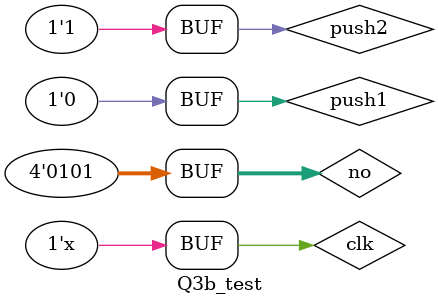
<source format=v>
`timescale 1ns / 1ps


module Q3b_test;

	// Inputs
	reg [3:0] no;
	reg push1;
	reg push2;
	reg clk;

	// Outputs
	wire ledpin;

	// Instantiate the Unit Under Test (UUT)
	eq4 uut (
		.no(no), 
		.push1(push1), 
		.push2(push2), 
		.clk(clk), 
		.ledpin(ledpin)
	);

	initial begin
		// Initialize Inputs
		no = 0;
		push1 = 0;
		push2 = 0;
		clk = 0;

		// Wait 100 ns for global reset to finish
		#100;
        
		// Add stimulus here

	end
   always begin
		#10 clk = !clk;
		push1 = 1;
		push2 = 0;
		no = 4'b1010;
		#10 clk = !clk;
		#10 clk = !clk;
		push2 = 1;
		push1 = 0;
		no = 4'b1010;
		
		#10 clk = !clk;
		#10 clk = !clk;
		push1 = 1;
		push2 = 0;
		no = 4'b1011;
		#10 clk = !clk;
		#10 clk = !clk;
		push2 = 1;
		push1 = 0;
		no = 4'b1010;
		
		#10 clk = !clk;
		#10 clk = !clk;
		push1 = 1;
		push2 = 0;
		no = 4'b0011;
		#10 clk = !clk;
		#10 clk = !clk;
		push2 = 1;
		push1 = 0;
		no = 4'b0011;
		
		#10 clk = !clk;
		#10 clk = !clk;
		push1 = 1;
		push2 = 0;
		no = 4'b0101;
		#10 clk = !clk;
		#10 clk = !clk;
		push2 = 1;
		push1 = 0;
		no = 4'b0010;
		
		#10 clk = !clk;
		#10 clk = !clk;
		push1 = 1;
		push2 = 0;
		no = 4'b0101;
		#10 clk = !clk;
		#10 clk = !clk;
		push2 = 1;
		push1 = 0;
		no = 4'b0101;

		#10 clk = !clk;
	end
endmodule


</source>
